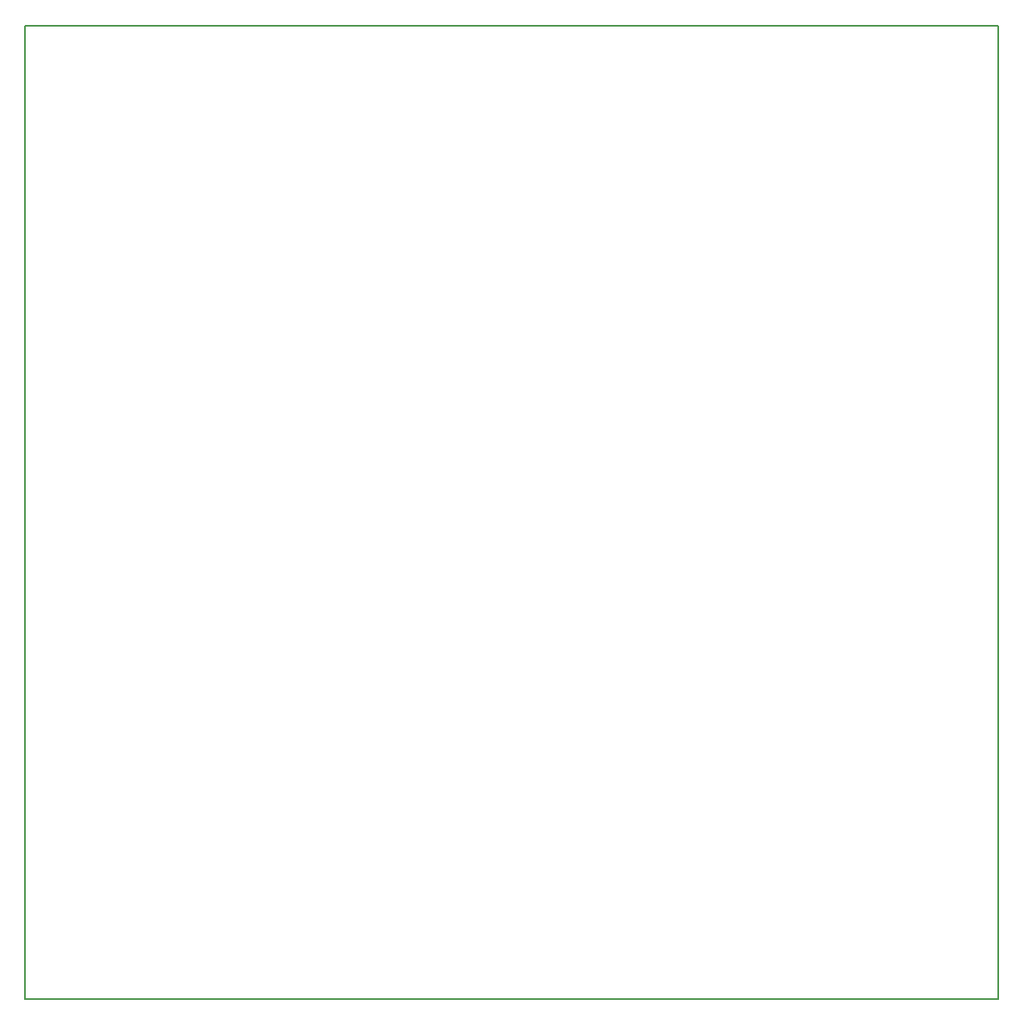
<source format=gbr>
G04 (created by PCBNEW (2013-07-07 BZR 4022)-stable) date Sat 19 Apr 2014 15:11:25 SAST*
%MOIN*%
G04 Gerber Fmt 3.4, Leading zero omitted, Abs format*
%FSLAX34Y34*%
G01*
G70*
G90*
G04 APERTURE LIST*
%ADD10C,0.00590551*%
%ADD11C,0.00787402*%
G04 APERTURE END LIST*
G54D10*
G54D11*
X63000Y-19500D02*
X24000Y-19500D01*
X63000Y-58500D02*
X63000Y-19500D01*
X24000Y-58500D02*
X63000Y-58500D01*
X24000Y-19500D02*
X24000Y-58500D01*
M02*

</source>
